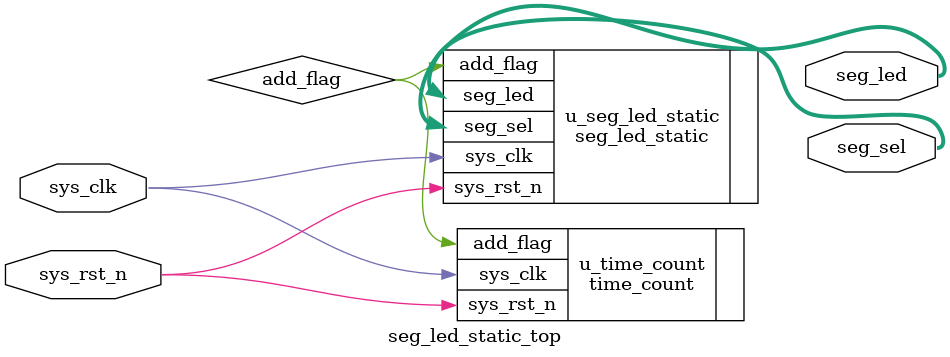
<source format=v>

module seg_led_static_top(
	input			sys_clk  ,
	input 			sys_rst_n,
	
	output	[5:0]	seg_sel  ,
	output	[7:0]	seg_led
);

// Define parameter
parameter MAX_NUM = 25_000_000;

// Define wire
wire add_flag;

//*****************************************************
//**                    main code
//*****************************************************

time_count #(
	.MAX_NUM	(MAX_NUM)
	)

	u_time_count(
	.sys_clk	(sys_clk  ),
	.sys_rst_n	(sys_rst_n),
	.add_flag	(add_flag )
);

seg_led_static u_seg_led_static(
	.sys_clk  	(sys_clk  ),
	.sys_rst_n	(sys_rst_n),
	
	.add_flag 	(add_flag ),
	.seg_sel  	(seg_sel  ),
	.seg_led	(seg_led  )
);

endmodule
</source>
